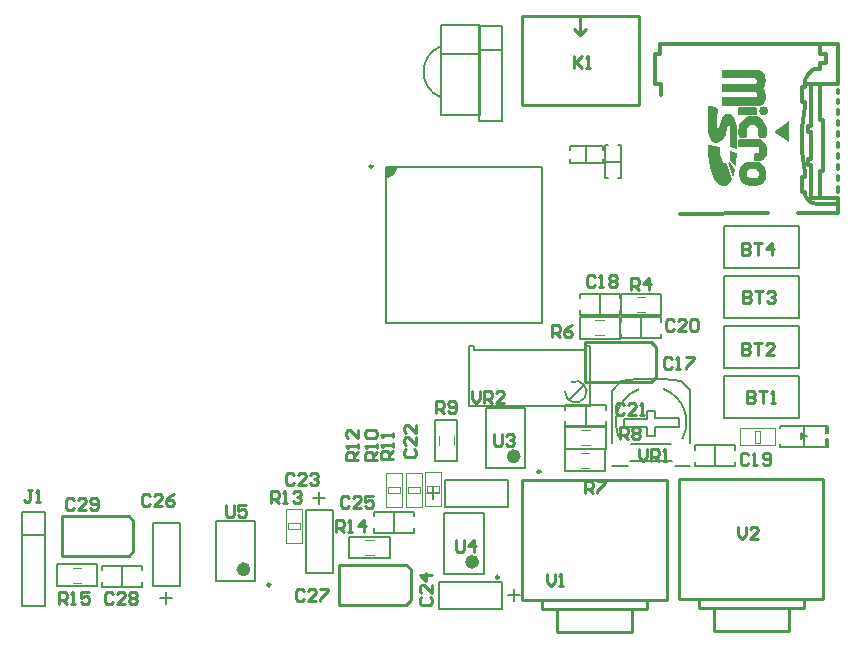
<source format=gto>
G04*
G04 #@! TF.GenerationSoftware,Altium Limited,Altium Designer,21.0.8 (223)*
G04*
G04 Layer_Color=65535*
%FSTAX24Y24*%
%MOIN*%
G70*
G04*
G04 #@! TF.SameCoordinates,2867BDE3-1686-46F1-8F54-3A33D440E248*
G04*
G04*
G04 #@! TF.FilePolarity,Positive*
G04*
G01*
G75*
%ADD10C,0.0070*%
%ADD11C,0.0098*%
%ADD12C,0.0236*%
%ADD13C,0.0079*%
%ADD14C,0.0150*%
%ADD15C,0.0118*%
%ADD16C,0.0100*%
%ADD17C,0.0059*%
%ADD18C,0.0040*%
%ADD19C,0.0050*%
%ADD20C,0.0039*%
G36*
X075449Y033362D02*
X075519Y033302D01*
X075569Y033232D01*
X075599Y033142D01*
X075609Y033032D01*
X075599Y032922D01*
X075569Y032862D01*
X075529Y032792D01*
Y032762D01*
X075569Y032722D01*
X075599Y032652D01*
X075619Y032532D01*
X075609Y032432D01*
X075579Y032352D01*
X075539Y032282D01*
X075479Y032232D01*
X075379Y032192D01*
X074159D01*
X074139Y032212D01*
X074139Y032462D01*
X074159Y032482D01*
X075269D01*
X075309Y032502D01*
X075329Y032532D01*
X075329Y032602D01*
X075319Y032622D01*
X075299Y032642D01*
X075279Y032652D01*
X074159D01*
X074139Y032672D01*
Y032912D01*
X074159Y032932D01*
X075249D01*
X075299Y032942D01*
X075309Y032952D01*
X075319Y032982D01*
X075319Y033062D01*
X075289Y033092D01*
X075259Y033102D01*
X074919Y033102D01*
X074159Y033112D01*
X074139Y033132D01*
X074139Y033362D01*
X074159Y033382D01*
X075399D01*
X075449Y033362D01*
D02*
G37*
G36*
X075329Y032112D02*
X075329Y031922D01*
X075289Y031882D01*
X074709D01*
X074689Y031902D01*
Y032132D01*
X074709Y032152D01*
X075289D01*
X075329Y032112D01*
D02*
G37*
G36*
Y031842D02*
X075369Y031822D01*
X075459Y031772D01*
X075529Y031692D01*
X075579Y031622D01*
X075619Y031522D01*
X075639Y031462D01*
X075649Y031362D01*
Y031232D01*
X075629Y031162D01*
X075589Y031122D01*
X075559Y031102D01*
X075509D01*
X075449Y031112D01*
X075399Y031132D01*
X075369Y031172D01*
X075359Y031232D01*
Y031422D01*
X075329Y031482D01*
X075289Y031522D01*
X075209Y031552D01*
X075149D01*
X075089Y031542D01*
X075039Y031502D01*
X074999Y031422D01*
X074999Y031212D01*
X074969Y031162D01*
X074919Y031122D01*
X074839Y031112D01*
X074779Y031122D01*
X074729Y031172D01*
X074709Y031202D01*
X074699Y031232D01*
X074699Y031332D01*
X074709Y031472D01*
X074729Y031542D01*
X074759Y031602D01*
X074819Y031692D01*
X074869Y031742D01*
X074929Y031792D01*
X074969Y031822D01*
X075009Y031842D01*
X075049Y031852D01*
X075299D01*
X075329Y031842D01*
D02*
G37*
G36*
X076376Y030977D02*
X075876Y031327D01*
X076376Y031677D01*
Y030977D01*
D02*
G37*
G36*
X073809Y032182D02*
X073979Y032112D01*
X074019Y032092D01*
X074029Y032052D01*
X074019Y031982D01*
X073999Y031832D01*
X073989Y031722D01*
Y031472D01*
X073999Y031452D01*
X074009Y031442D01*
X074019D01*
X074029Y031452D01*
X074049Y031482D01*
X074129Y031662D01*
X074159Y031782D01*
X074199Y031852D01*
X074259Y031902D01*
X074289Y031922D01*
X074349D01*
X074419Y031912D01*
X074479Y031872D01*
X074559Y031782D01*
X074619Y031602D01*
X074639Y031472D01*
Y030752D01*
X074429Y030822D01*
Y031422D01*
X074419Y031522D01*
X074409Y031542D01*
X074389Y031552D01*
X074369Y031542D01*
X074359Y031522D01*
X074319Y031402D01*
X074289Y031282D01*
X074279Y031232D01*
X074229Y031122D01*
X074179Y031052D01*
X074129Y031002D01*
X074059Y030972D01*
X073999Y030952D01*
X073939D01*
X073859Y030982D01*
X073779Y031062D01*
X073719Y031182D01*
X073689Y031302D01*
X073679Y031402D01*
Y032152D01*
X073689Y032172D01*
X073729Y032192D01*
X073809Y032182D01*
D02*
G37*
G36*
X075449Y031072D02*
X075489Y031052D01*
X075559Y030992D01*
X075599Y030942D01*
X075629Y030882D01*
X075649Y030812D01*
Y030612D01*
X075639Y030542D01*
X075599Y030472D01*
X075549Y030412D01*
X075509Y030382D01*
X075439Y030352D01*
X075279D01*
X075249Y030362D01*
X075219Y030392D01*
X075209Y030432D01*
Y030552D01*
X075229Y030582D01*
X075249Y030602D01*
X075269Y030612D01*
X075329Y030612D01*
X075359Y030622D01*
X075379Y030642D01*
X075389Y030662D01*
Y030742D01*
X075379Y030782D01*
X075369Y030802D01*
X075359Y030812D01*
X075339Y030822D01*
X074719D01*
X074699Y030842D01*
X074699Y031062D01*
X074719Y031082D01*
X075409D01*
X075449Y031072D01*
D02*
G37*
G36*
X074636Y030623D02*
X074629Y030262D01*
X074609Y030162D01*
X074409Y030392D01*
X074429Y030532D01*
Y030692D01*
X074636Y030623D01*
D02*
G37*
G36*
X074589Y030062D02*
X074539Y029872D01*
X074523Y029831D01*
X074349Y030292D01*
X074379Y030332D01*
X074386Y030346D01*
X074589Y030062D01*
D02*
G37*
G36*
X063282Y030068D02*
X063232Y030018D01*
Y029968D01*
X063132Y029868D01*
X063082D01*
X063032Y029818D01*
X062962D01*
Y030138D01*
X063282D01*
Y030068D01*
D02*
G37*
G36*
X075369Y030322D02*
X075459Y030292D01*
X075529Y030222D01*
X075589Y030132D01*
X075629Y030002D01*
Y029842D01*
X075609Y029752D01*
X075549Y029662D01*
X075469Y029592D01*
X075389Y029542D01*
X075289Y029522D01*
X075089Y029522D01*
X074949Y029542D01*
X074869Y029582D01*
X074779Y029672D01*
X074739Y029772D01*
X074709Y029852D01*
Y030002D01*
X074739Y030092D01*
X074779Y030172D01*
X074839Y030242D01*
X074909Y030282D01*
X074989Y030322D01*
X075119Y030332D01*
X075229D01*
X075369Y030322D01*
D02*
G37*
G36*
X074079Y030812D02*
X074089Y030792D01*
Y030722D01*
X074099Y030582D01*
X074119Y030482D01*
X074149Y030402D01*
X074179Y030332D01*
X074219Y030282D01*
X074259Y030272D01*
X074289D01*
X074309Y030262D01*
X074489Y029742D01*
X074459Y029682D01*
X074399Y029612D01*
X074349Y029562D01*
X074299Y029532D01*
X074259Y029512D01*
X074179D01*
X074079Y029562D01*
X073959Y029662D01*
X073859Y029832D01*
X073749Y030152D01*
X073699Y030552D01*
X073689Y030752D01*
Y030882D01*
X073709Y030892D01*
X074079Y030812D01*
D02*
G37*
%LPC*%
G36*
X075229Y030092D02*
X075179Y030092D01*
X075089Y030082D01*
X075029Y030052D01*
X074999Y030032D01*
X074979Y029982D01*
Y029912D01*
X074989Y029852D01*
X075029Y029802D01*
X075089Y029772D01*
X075269Y029772D01*
X075309Y029792D01*
X075349Y029822D01*
X075369Y029872D01*
X075379Y029962D01*
X075359Y030022D01*
X075299Y030072D01*
X075249Y030092D01*
X075229Y030092D01*
D02*
G37*
%LPD*%
D10*
X072832Y0211D02*
G03*
X072208Y022748I-001044J000547D01*
G01*
X07137Y022738D02*
G03*
X070745Y02109I000419J-001101D01*
G01*
X068921Y022672D02*
G03*
X069127Y022984I000358J-000013D01*
G01*
X06477Y034175D02*
G03*
X06477Y032475I00035J-00085D01*
G01*
X070499Y020197D02*
X071009D01*
X072589D02*
X073099D01*
X071329Y023097D02*
X072204D01*
X070789Y023007D02*
X071329Y023097D01*
X070479Y022697D02*
X070789Y023007D01*
X070479Y020947D02*
Y022697D01*
X071099Y020337D02*
X072469D01*
X073089Y020957D02*
Y022707D01*
X072789Y023007D02*
X073089Y022707D01*
X072204Y023097D02*
X072789Y023007D01*
X071109Y020927D02*
X072459D01*
X070869Y021497D02*
Y021767D01*
Y021497D02*
X071639D01*
Y021197D02*
Y021497D01*
Y021197D02*
X071909D01*
Y021487D01*
X072709D01*
Y021777D01*
X071919D02*
X072709D01*
X071919D02*
Y022027D01*
X071649D02*
X071919D01*
X071649Y021767D02*
Y022027D01*
X070879Y021767D02*
X071649D01*
X069041Y0224D02*
X069541Y0229D01*
X069741Y02218D02*
Y02418D01*
X069571D02*
X069741D01*
X069571Y02406D02*
X069571Y02418D01*
X065881Y02406D02*
X069571Y02406D01*
X065881Y02406D02*
X065881Y02418D01*
X065731D02*
X065881D01*
X065731Y02218D02*
Y02418D01*
Y02218D02*
X069741D01*
X06477Y031875D02*
Y034875D01*
X06607D01*
Y031875D02*
Y034875D01*
X06477Y031875D02*
X06607Y031875D01*
X06477Y033925D02*
X06607D01*
D11*
X068099Y019994D02*
G03*
X068099Y019994I-000049J0D01*
G01*
X066714Y016476D02*
G03*
X066714Y016476I-000049J0D01*
G01*
X059095Y016226D02*
G03*
X059095Y016226I-000049J0D01*
G01*
X062499Y030174D02*
G03*
X062499Y030174I-000049J0D01*
G01*
D12*
X067322Y020508D02*
G03*
X067322Y020508I-000118J0D01*
G01*
X065936Y01699D02*
G03*
X065936Y01699I-000118J0D01*
G01*
X058317Y01674D02*
G03*
X058317Y01674I-000118J0D01*
G01*
D13*
X062962Y029818D02*
G03*
X063282Y030138I0J00032D01*
G01*
X064904Y01972D02*
X067004D01*
Y01882D02*
Y01972D01*
X064904Y01882D02*
X067004D01*
X064904D02*
Y01972D01*
X064504Y01907D02*
Y01947D01*
X064304Y01927D02*
X064704D01*
X07672Y0268D02*
Y0282D01*
X07422Y0268D02*
X07672D01*
X07422D02*
Y0282D01*
X07672D01*
Y025127D02*
Y026527D01*
X07422Y025127D02*
X07672D01*
X07422D02*
Y026527D01*
X07672D01*
X07422Y024853D02*
X07672D01*
X07422Y023453D02*
Y024853D01*
Y023453D02*
X07672D01*
Y024853D01*
Y02178D02*
Y02318D01*
X07422Y02178D02*
X07672D01*
X07422D02*
Y02318D01*
X07672D01*
X067597Y020115D02*
Y022122D01*
X066279Y020115D02*
Y022122D01*
Y020115D02*
X067597D01*
X066279Y022122D02*
X067597D01*
X06702Y01587D02*
X06742D01*
X06722Y01567D02*
Y01607D01*
X06682Y01542D02*
Y01632D01*
X06472D02*
X06682D01*
X06472Y01542D02*
Y01632D01*
Y01542D02*
X06682D01*
X064893Y018604D02*
X066212D01*
X064893Y016596D02*
X066212D01*
X064893D02*
Y018604D01*
X066212Y016596D02*
Y018604D01*
X061179Y016634D02*
Y018734D01*
X060279Y016634D02*
X061179D01*
X060279D02*
Y018734D01*
X061179D01*
X060529Y019134D02*
X060929D01*
X060729Y018934D02*
Y019334D01*
X058593Y016346D02*
Y018354D01*
X057274Y016346D02*
Y018354D01*
Y016346D02*
X058593D01*
X057274Y018354D02*
X058593D01*
X05562Y0156D02*
Y016D01*
X05542Y0158D02*
X05582D01*
X05517Y0162D02*
X05607D01*
Y0183D01*
X05517D02*
X05607D01*
X05517Y0162D02*
Y0183D01*
X062962Y024942D02*
X068158D01*
X062962Y030138D02*
X068158D01*
Y024942D02*
Y030138D01*
X062962Y024942D02*
Y030138D01*
X050806Y018661D02*
X051594D01*
Y015511D02*
Y018661D01*
X050806Y015511D02*
X051594D01*
X050806D02*
Y018661D01*
X050806Y017874D02*
X051594D01*
X066036Y034835D02*
X066824D01*
Y031685D02*
Y034835D01*
X066036Y031685D02*
X066824D01*
X066036D02*
Y034835D01*
X066036Y034047D02*
X066824D01*
D14*
X075609Y032022D02*
G03*
X075609Y032022I-000071J0D01*
G01*
D15*
X076909Y032122D02*
G03*
X076909Y030022I00545J-00105D01*
G01*
X077032Y033246D02*
G03*
X076909Y032947I000299J-000299D01*
G01*
Y029322D02*
G03*
X077309Y028922I0004J0D01*
G01*
X078026Y029721D02*
Y029843D01*
Y030087D02*
Y030209D01*
Y030452D02*
Y030574D01*
Y030818D02*
Y03094D01*
Y031184D02*
Y031305D01*
Y031549D02*
Y031671D01*
X078026Y032392D02*
X078026Y03228D01*
X078026Y032727D02*
X078026Y032616D01*
X078026Y031915D02*
Y032037D01*
Y032922D02*
Y034244D01*
Y029327D02*
Y029477D01*
X077326Y034244D02*
X078026D01*
X072109Y032722D02*
X072109Y032555D01*
X071907Y032922D02*
X072109D01*
Y032722D02*
Y032922D01*
X071907D02*
X071907Y033922D01*
X076909Y032922D02*
X078026Y032922D01*
X078018Y028614D02*
Y028922D01*
X077209Y033422D02*
X077409Y033422D01*
X077609Y033622D02*
Y033922D01*
X076809Y032822D02*
X076909Y032822D01*
X076809Y032322D02*
Y032822D01*
Y032322D02*
X076909Y032322D01*
X076809Y029322D02*
X076909D01*
X076809D02*
Y029822D01*
X076909Y029822D01*
Y032122D02*
Y032322D01*
Y029822D02*
Y030022D01*
Y032822D02*
Y032947D01*
X077032Y033246D02*
X077209Y033422D01*
X077409Y034205D02*
X077409Y033922D01*
Y033422D02*
Y033622D01*
X077609D01*
X077409Y033922D02*
X077609D01*
X077109Y030422D02*
Y031322D01*
X077309Y028922D02*
X077509Y028922D01*
X077009Y031322D02*
Y031522D01*
Y031322D02*
X077109D01*
X077009Y030222D02*
Y030422D01*
X077109D01*
Y031522D02*
Y032922D01*
Y029122D02*
Y030222D01*
X077009Y031522D02*
X077109Y031522D01*
X077009Y030222D02*
X077109Y030222D01*
X077409Y031722D02*
X077509Y031722D01*
Y030022D02*
Y031722D01*
X077409Y031722D02*
Y032922D01*
Y029122D02*
X077409Y030022D01*
X077509Y030022D01*
Y028922D02*
X078018Y028922D01*
X076693Y028614D02*
X078018D01*
X072777Y034245D02*
X077357Y034239D01*
X072067Y033922D02*
X072067Y034244D01*
X071907Y033922D02*
X072067Y033922D01*
X072067Y034244D02*
X072776Y034244D01*
X072746Y028595D02*
X075693Y028608D01*
X077109Y029122D02*
X078018D01*
Y028922D02*
Y029122D01*
D16*
X06748Y032215D02*
X07138D01*
X06748D02*
Y03517D01*
X07138Y032215D02*
Y03517D01*
X06748D02*
X07138D01*
X069425Y034535D02*
X069625Y034735D01*
X069225D02*
X069425Y034535D01*
Y03515D01*
X071794Y022981D02*
X071951Y023138D01*
X071794Y024319D02*
X071951Y024162D01*
Y023138D02*
Y024162D01*
X069569Y022981D02*
Y024319D01*
X071794D01*
X069569Y022981D02*
X071794D01*
X07637Y014683D02*
Y015433D01*
X07386D02*
X07387Y015423D01*
Y014693D02*
Y015423D01*
Y014683D02*
X07637D01*
X07271Y019763D02*
X07752D01*
X07271Y015753D02*
Y019763D01*
X07272D02*
X07752D01*
Y015753D02*
Y019763D01*
X07271Y015753D02*
X07752D01*
Y015793D02*
Y019763D01*
X07337Y015443D02*
X07687D01*
Y015743D01*
X07337Y015443D02*
Y015723D01*
X07338Y015733D01*
X06815Y01569D02*
X06816Y0157D01*
X06815Y01541D02*
Y01569D01*
X07165Y01541D02*
Y01571D01*
X06815Y01541D02*
X07165D01*
X0723Y01576D02*
Y01973D01*
X06749Y01572D02*
X0723D01*
Y01973D01*
X0675D02*
X0723D01*
X06749Y01572D02*
Y01973D01*
X0723D01*
X06865Y01465D02*
X07115D01*
X06865Y01466D02*
Y01539D01*
X06864Y0154D02*
X06865Y01539D01*
X07115Y01465D02*
Y0154D01*
X063624Y015561D02*
X063781Y015718D01*
X063624Y016899D02*
X063781Y016742D01*
Y015718D02*
Y016742D01*
X061399Y015561D02*
Y016899D01*
X063624D01*
X061399Y015561D02*
X063624D01*
X054374Y017181D02*
X054531Y017338D01*
X054374Y018519D02*
X054531Y018362D01*
Y017338D02*
Y018362D01*
X052149Y017181D02*
Y018519D01*
X054374D01*
X052149Y017181D02*
X054374D01*
X063601Y020763D02*
X063534Y020697D01*
Y020563D01*
X063601Y020497D01*
X063867D01*
X063934Y020563D01*
Y020697D01*
X063867Y020763D01*
X063934Y021163D02*
Y020897D01*
X063667Y021163D01*
X063601D01*
X063534Y021097D01*
Y020963D01*
X063601Y020897D01*
X063934Y021563D02*
Y021297D01*
X063667Y021563D01*
X063601D01*
X063534Y021496D01*
Y021363D01*
X063601Y021297D01*
X06923Y033859D02*
Y033459D01*
Y033592D01*
X069497Y033859D01*
X069297Y033659D01*
X069497Y033459D01*
X06963D02*
X069763D01*
X069697D01*
Y033859D01*
X06963Y033792D01*
X069904Y026471D02*
X069838Y026538D01*
X069704D01*
X069638Y026471D01*
Y026205D01*
X069704Y026138D01*
X069838D01*
X069904Y026205D01*
X070037Y026138D02*
X070171D01*
X070104D01*
Y026538D01*
X070037Y026471D01*
X070371D02*
X070437Y026538D01*
X070571D01*
X070637Y026471D01*
Y026405D01*
X070571Y026338D01*
X070637Y026272D01*
Y026205D01*
X070571Y026138D01*
X070437D01*
X070371Y026205D01*
Y026272D01*
X070437Y026338D01*
X070371Y026405D01*
Y026471D01*
X070437Y026338D02*
X070571D01*
X068499Y024496D02*
Y024896D01*
X068699D01*
X068766Y024829D01*
Y024696D01*
X068699Y024629D01*
X068499D01*
X068632D02*
X068766Y024496D01*
X069165Y024896D02*
X069032Y024829D01*
X068899Y024696D01*
Y024563D01*
X068966Y024496D01*
X069099D01*
X069165Y024563D01*
Y024629D01*
X069099Y024696D01*
X068899D01*
X072535Y025022D02*
X072469Y025089D01*
X072336D01*
X072269Y025022D01*
Y024755D01*
X072336Y024689D01*
X072469D01*
X072535Y024755D01*
X072935Y024689D02*
X072669D01*
X072935Y024955D01*
Y025022D01*
X072869Y025089D01*
X072735D01*
X072669Y025022D01*
X073069D02*
X073135Y025089D01*
X073269D01*
X073335Y025022D01*
Y024755D01*
X073269Y024689D01*
X073135D01*
X073069Y024755D01*
Y025022D01*
X072474Y02375D02*
X072408Y023817D01*
X072274D01*
X072208Y02375D01*
Y023484D01*
X072274Y023417D01*
X072408D01*
X072474Y023484D01*
X072608Y023417D02*
X072741D01*
X072674D01*
Y023817D01*
X072608Y02375D01*
X072941Y023817D02*
X073208D01*
Y02375D01*
X072941Y023484D01*
Y023417D01*
X071109Y026053D02*
Y026453D01*
X071309D01*
X071375Y026387D01*
Y026253D01*
X071309Y026187D01*
X071109D01*
X071242D02*
X071375Y026053D01*
X071709D02*
Y026453D01*
X071509Y026253D01*
X071775D01*
X074809Y02762D02*
Y02722D01*
X075009D01*
X075075Y027287D01*
Y027353D01*
X075009Y02742D01*
X074809D01*
X075009D01*
X075075Y027487D01*
Y027553D01*
X075009Y02762D01*
X074809D01*
X075209D02*
X075475D01*
X075342D01*
Y02722D01*
X075808D02*
Y02762D01*
X075608Y02742D01*
X075875D01*
X074834Y026031D02*
Y025631D01*
X075034D01*
X075101Y025697D01*
Y025764D01*
X075034Y025831D01*
X074834D01*
X075034D01*
X075101Y025897D01*
Y025964D01*
X075034Y026031D01*
X074834D01*
X075234D02*
X075501D01*
X075367D01*
Y025631D01*
X075634Y025964D02*
X075701Y026031D01*
X075834D01*
X075901Y025964D01*
Y025897D01*
X075834Y025831D01*
X075767D01*
X075834D01*
X075901Y025764D01*
Y025697D01*
X075834Y025631D01*
X075701D01*
X075634Y025697D01*
X074819Y024298D02*
Y023898D01*
X075019D01*
X075085Y023965D01*
Y024031D01*
X075019Y024098D01*
X074819D01*
X075019D01*
X075085Y024165D01*
Y024231D01*
X075019Y024298D01*
X074819D01*
X075219D02*
X075485D01*
X075352D01*
Y023898D01*
X075885D02*
X075618D01*
X075885Y024165D01*
Y024231D01*
X075818Y024298D01*
X075685D01*
X075618Y024231D01*
X074995Y02267D02*
Y02227D01*
X075195D01*
X075262Y022336D01*
Y022403D01*
X075195Y02247D01*
X074995D01*
X075195D01*
X075262Y022536D01*
Y022603D01*
X075195Y02267D01*
X074995D01*
X075395D02*
X075662D01*
X075529D01*
Y02227D01*
X075795D02*
X075928D01*
X075862D01*
Y02267D01*
X075795Y022603D01*
X075033Y020552D02*
X074967Y020619D01*
X074833D01*
X074767Y020552D01*
Y020286D01*
X074833Y020219D01*
X074967D01*
X075033Y020286D01*
X075167Y020219D02*
X0753D01*
X075233D01*
Y020619D01*
X075167Y020552D01*
X0755Y020286D02*
X075566Y020219D01*
X0757D01*
X075766Y020286D01*
Y020552D01*
X0757Y020619D01*
X075566D01*
X0755Y020552D01*
Y020486D01*
X075566Y020419D01*
X075766D01*
X074691Y01815D02*
Y017884D01*
X074824Y01775D01*
X074958Y017884D01*
Y01815D01*
X075358Y01775D02*
X075091D01*
X075358Y018017D01*
Y018084D01*
X075291Y01815D01*
X075158D01*
X075091Y018084D01*
X071377Y020763D02*
Y020497D01*
X07151Y020363D01*
X071644Y020497D01*
Y020763D01*
X071777Y020363D02*
Y020763D01*
X071977D01*
X072044Y020697D01*
Y020563D01*
X071977Y020497D01*
X071777D01*
X07191D02*
X072044Y020363D01*
X072177D02*
X07231D01*
X072243D01*
Y020763D01*
X072177Y020697D01*
X070885Y022215D02*
X070819Y022281D01*
X070685D01*
X070619Y022215D01*
Y021948D01*
X070685Y021882D01*
X070819D01*
X070885Y021948D01*
X071285Y021882D02*
X071019D01*
X071285Y022148D01*
Y022215D01*
X071218Y022281D01*
X071085D01*
X071019Y022215D01*
X071418Y021882D02*
X071552D01*
X071485D01*
Y022281D01*
X071418Y022215D01*
X070745Y02109D02*
Y02149D01*
X070945D01*
X071012Y021423D01*
Y02129D01*
X070945Y021223D01*
X070745D01*
X070879D02*
X071012Y02109D01*
X071145Y021423D02*
X071212Y02149D01*
X071345D01*
X071412Y021423D01*
Y021356D01*
X071345Y02129D01*
X071412Y021223D01*
Y021157D01*
X071345Y02109D01*
X071212D01*
X071145Y021157D01*
Y021223D01*
X071212Y02129D01*
X071145Y021356D01*
Y021423D01*
X071212Y02129D02*
X071345D01*
X065832Y02268D02*
Y022413D01*
X065965Y02228D01*
X066098Y022413D01*
Y02268D01*
X066232Y02228D02*
Y02268D01*
X066431D01*
X066498Y022613D01*
Y02248D01*
X066431Y022413D01*
X066232D01*
X066365D02*
X066498Y02228D01*
X066898D02*
X066631D01*
X066898Y022547D01*
Y022613D01*
X066831Y02268D01*
X066698D01*
X066631Y022613D01*
X066537Y021243D02*
Y02091D01*
X066604Y020843D01*
X066737D01*
X066804Y02091D01*
Y021243D01*
X066937Y021176D02*
X067004Y021243D01*
X067137D01*
X067204Y021176D01*
Y02111D01*
X067137Y021043D01*
X06707D01*
X067137D01*
X067204Y020976D01*
Y02091D01*
X067137Y020843D01*
X067004D01*
X066937Y02091D01*
X064614Y021946D02*
Y022346D01*
X064814D01*
X064881Y02228D01*
Y022146D01*
X064814Y02208D01*
X064614D01*
X064747D02*
X064881Y021946D01*
X065014Y022013D02*
X065081Y021946D01*
X065214D01*
X065281Y022013D01*
Y02228D01*
X065214Y022346D01*
X065081D01*
X065014Y02228D01*
Y022213D01*
X065081Y022146D01*
X065281D01*
X06832Y016596D02*
Y01633D01*
X068454Y016196D01*
X068587Y01633D01*
Y016596D01*
X06872Y016196D02*
X068854D01*
X068787D01*
Y016596D01*
X06872Y01653D01*
X064133Y015827D02*
X064067Y015761D01*
Y015627D01*
X064133Y015561D01*
X0644D01*
X064467Y015627D01*
Y015761D01*
X0644Y015827D01*
X064467Y016227D02*
Y015961D01*
X0642Y016227D01*
X064133D01*
X064067Y016161D01*
Y016027D01*
X064133Y015961D01*
X064467Y01656D02*
X064067D01*
X064267Y01636D01*
Y016627D01*
X065294Y017705D02*
Y017372D01*
X06536Y017305D01*
X065494D01*
X06556Y017372D01*
Y017705D01*
X065893Y017305D02*
Y017705D01*
X065694Y017505D01*
X06596D01*
X06319Y020409D02*
X06279D01*
Y020609D01*
X062857Y020676D01*
X06299D01*
X063057Y020609D01*
Y020409D01*
Y020543D02*
X06319Y020676D01*
Y020809D02*
Y020943D01*
Y020876D01*
X06279D01*
X062857Y020809D01*
X06319Y021142D02*
Y021276D01*
Y021209D01*
X06279D01*
X062857Y021142D01*
X062656Y020387D02*
X062256D01*
Y020587D01*
X062323Y020654D01*
X062456D01*
X062523Y020587D01*
Y020387D01*
Y02052D02*
X062656Y020654D01*
Y020787D02*
Y02092D01*
Y020854D01*
X062256D01*
X062323Y020787D01*
Y02112D02*
X062256Y021187D01*
Y02132D01*
X062323Y021387D01*
X062589D01*
X062656Y02132D01*
Y021187D01*
X062589Y02112D01*
X062323D01*
X062026Y020377D02*
X061626D01*
Y020577D01*
X061692Y020644D01*
X061826D01*
X061892Y020577D01*
Y020377D01*
Y020511D02*
X062026Y020644D01*
Y020777D02*
Y02091D01*
Y020844D01*
X061626D01*
X061692Y020777D01*
X062026Y021377D02*
Y02111D01*
X061759Y021377D01*
X061692D01*
X061626Y02131D01*
Y021177D01*
X061692Y02111D01*
X061707Y019126D02*
X06164Y019192D01*
X061507D01*
X06144Y019126D01*
Y018859D01*
X061507Y018792D01*
X06164D01*
X061707Y018859D01*
X062106Y018792D02*
X06184D01*
X062106Y019059D01*
Y019126D01*
X06204Y019192D01*
X061907D01*
X06184Y019126D01*
X062506Y019192D02*
X06224D01*
Y018992D01*
X062373Y019059D01*
X06244D01*
X062506Y018992D01*
Y018859D01*
X06244Y018792D01*
X062306D01*
X06224Y018859D01*
X061279Y017977D02*
Y018377D01*
X061479D01*
X061546Y01831D01*
Y018177D01*
X061479Y01811D01*
X061279D01*
X061413D02*
X061546Y017977D01*
X061679D02*
X061813D01*
X061746D01*
Y018377D01*
X061679Y01831D01*
X062212Y017977D02*
Y018377D01*
X062012Y018177D01*
X062279D01*
X060227Y016013D02*
X06016Y01608D01*
X060027D01*
X05996Y016013D01*
Y015747D01*
X060027Y01568D01*
X06016D01*
X060227Y015747D01*
X060626Y01568D02*
X06036D01*
X060626Y015947D01*
Y016013D01*
X06056Y01608D01*
X060427D01*
X06036Y016013D01*
X06076Y01608D02*
X061026D01*
Y016013D01*
X06076Y015747D01*
Y01568D01*
X059872Y019883D02*
X059805Y019949D01*
X059672D01*
X059605Y019883D01*
Y019616D01*
X059672Y019549D01*
X059805D01*
X059872Y019616D01*
X060272Y019549D02*
X060005D01*
X060272Y019816D01*
Y019883D01*
X060205Y019949D01*
X060072D01*
X060005Y019883D01*
X060405D02*
X060472Y019949D01*
X060605D01*
X060672Y019883D01*
Y019816D01*
X060605Y019749D01*
X060538D01*
X060605D01*
X060672Y019683D01*
Y019616D01*
X060605Y019549D01*
X060472D01*
X060405Y019616D01*
X05913Y01895D02*
Y01935D01*
X05933D01*
X059397Y019283D01*
Y01915D01*
X05933Y019083D01*
X05913D01*
X059263D02*
X059397Y01895D01*
X05953D02*
X059663D01*
X059597D01*
Y01935D01*
X05953Y019283D01*
X059863D02*
X05993Y01935D01*
X060063D01*
X06013Y019283D01*
Y019217D01*
X060063Y01915D01*
X059996D01*
X060063D01*
X06013Y019083D01*
Y019017D01*
X060063Y01895D01*
X05993D01*
X059863Y019017D01*
X05762Y018872D02*
Y018539D01*
X057687Y018472D01*
X05782D01*
X057887Y018539D01*
Y018872D01*
X058286D02*
X05802D01*
Y018672D01*
X058153Y018739D01*
X05822D01*
X058286Y018672D01*
Y018539D01*
X05822Y018472D01*
X058087D01*
X05802Y018539D01*
X055085Y019172D02*
X055018Y019239D01*
X054885D01*
X054818Y019172D01*
Y018906D01*
X054885Y018839D01*
X055018D01*
X055085Y018906D01*
X055485Y018839D02*
X055218D01*
X055485Y019106D01*
Y019172D01*
X055418Y019239D01*
X055285D01*
X055218Y019172D01*
X055884Y019239D02*
X055751Y019172D01*
X055618Y019039D01*
Y018906D01*
X055684Y018839D01*
X055818D01*
X055884Y018906D01*
Y018972D01*
X055818Y019039D01*
X055618D01*
X053837Y015933D02*
X05377Y016D01*
X053637D01*
X05357Y015933D01*
Y015667D01*
X053637Y0156D01*
X05377D01*
X053837Y015667D01*
X054236Y0156D02*
X05397D01*
X054236Y015867D01*
Y015933D01*
X05417Y016D01*
X054037D01*
X05397Y015933D01*
X05437D02*
X054436Y016D01*
X05457D01*
X054636Y015933D01*
Y015867D01*
X05457Y0158D01*
X054636Y015733D01*
Y015667D01*
X05457Y0156D01*
X054436D01*
X05437Y015667D01*
Y015733D01*
X054436Y0158D01*
X05437Y015867D01*
Y015933D01*
X054436Y0158D02*
X05457D01*
X05205Y0156D02*
Y016D01*
X05225D01*
X052317Y015933D01*
Y0158D01*
X05225Y015733D01*
X05205D01*
X052183D02*
X052317Y0156D01*
X05245D02*
X052583D01*
X052517D01*
Y016D01*
X05245Y015933D01*
X05305Y016D02*
X052783D01*
Y0158D01*
X052916Y015867D01*
X052983D01*
X05305Y0158D01*
Y015667D01*
X052983Y0156D01*
X05285D01*
X052783Y015667D01*
X052546Y019067D02*
X052479Y019134D01*
X052346D01*
X052279Y019067D01*
Y0188D01*
X052346Y018734D01*
X052479D01*
X052546Y0188D01*
X052945Y018734D02*
X052679D01*
X052945Y019D01*
Y019067D01*
X052879Y019134D01*
X052746D01*
X052679Y019067D01*
X053079Y0188D02*
X053145Y018734D01*
X053279D01*
X053345Y0188D01*
Y019067D01*
X053279Y019134D01*
X053145D01*
X053079Y019067D01*
Y019D01*
X053145Y018934D01*
X053345D01*
X069581Y019296D02*
Y019696D01*
X069781D01*
X069848Y019629D01*
Y019496D01*
X069781Y019429D01*
X069581D01*
X069714D02*
X069848Y019296D01*
X069981Y019696D02*
X070247D01*
Y019629D01*
X069981Y019363D01*
Y019296D01*
X051137Y0194D02*
X051003D01*
X05107D01*
Y019067D01*
X051003Y019D01*
X050937D01*
X05087Y019067D01*
X05127Y019D02*
X051403D01*
X051337D01*
Y0194D01*
X05127Y019333D01*
D17*
X069401Y025768D02*
Y025926D01*
X070739D01*
Y025768D02*
Y025926D01*
Y025217D02*
Y025375D01*
X069401Y025217D02*
X070739D01*
X069401D02*
Y025375D01*
X07007Y025217D02*
Y025926D01*
X072109Y024436D02*
Y024593D01*
X070771Y024436D02*
X072109D01*
X070771D02*
Y024593D01*
Y024987D02*
Y025144D01*
X072109D01*
Y024987D02*
Y025144D01*
X07144Y024436D02*
Y025144D01*
X074599Y020176D02*
Y020333D01*
X073261Y020176D02*
X074599D01*
X073261D02*
Y020333D01*
Y020727D02*
Y020884D01*
X074599D01*
Y020727D02*
Y020884D01*
X07393Y020176D02*
Y020884D01*
X069602Y021514D02*
Y022223D01*
X068933Y021514D02*
Y021672D01*
Y021514D02*
X070271D01*
Y021672D01*
Y022065D02*
Y022223D01*
X068933D02*
X070271D01*
X068933Y022065D02*
Y022223D01*
X062544Y018506D02*
Y018663D01*
X063883D01*
Y018506D02*
Y018663D01*
Y017955D02*
Y018112D01*
X062544Y017955D02*
X063883D01*
X062544D02*
Y018112D01*
X063214Y017955D02*
Y018663D01*
X053471Y016707D02*
Y016864D01*
X054809D01*
Y016707D02*
Y016864D01*
Y016156D02*
Y016313D01*
X053471Y016156D02*
X054809D01*
X053471D02*
Y016313D01*
X05414Y016156D02*
Y016864D01*
X07763Y02128D02*
X07768D01*
Y021534D01*
X07763D02*
X07768D01*
X07763Y020826D02*
X07768D01*
Y02108D01*
X07763D02*
X07768D01*
X07608Y021456D02*
Y021534D01*
X07763D01*
Y02128D02*
Y021534D01*
X07608Y020826D02*
Y020904D01*
Y020826D02*
X07763D01*
Y02108D01*
X07688Y020826D02*
Y021534D01*
Y02118D02*
X07698D01*
X07678Y02108D02*
Y02128D01*
X07688Y02118D01*
X07678Y02108D02*
X07688Y02118D01*
X06963Y030296D02*
Y030848D01*
X069079Y030729D02*
Y030848D01*
X070181D01*
Y030729D02*
Y030848D01*
Y030296D02*
Y030414D01*
X069079Y030296D02*
X070181D01*
X069079D02*
Y030414D01*
X070244Y03032D02*
X070796D01*
X070244Y029769D02*
X070363D01*
X070244D02*
Y030871D01*
X070363D01*
X070677D02*
X070796D01*
Y029769D02*
Y030871D01*
X070677Y029769D02*
X070796D01*
D18*
X06993Y02454D02*
X07021D01*
X06993Y02504D02*
X07021D01*
X0713Y025821D02*
X07158D01*
X0713Y025322D02*
X07158D01*
X069462Y021368D02*
X069742D01*
X069462Y020868D02*
X069742D01*
X064702Y020893D02*
Y021172D01*
X065202Y020893D02*
Y021172D01*
X064793Y018839D02*
Y019981D01*
X064766Y018839D02*
X064793Y018839D01*
X063603Y019956D02*
X06363Y019956D01*
X063603Y018814D02*
Y019956D01*
X062937D02*
X062964Y019956D01*
X062937Y018814D02*
Y019956D01*
X062257Y01722D02*
X062537D01*
X062257Y01772D02*
X062537D01*
X06013Y01762D02*
X060157Y01762D01*
Y018762D01*
X0525Y0163D02*
X05278D01*
X0525Y0168D02*
X05278D01*
X069441Y020627D02*
X069721D01*
X069441Y020127D02*
X069721D01*
X07476Y02091D02*
X07476Y020883D01*
X075902D01*
D19*
X0694Y02515D02*
X07074D01*
X0694Y02443D02*
Y02515D01*
Y02443D02*
X07074D01*
Y02515D01*
X07211Y025212D02*
Y025931D01*
X07077Y025212D02*
X07211D01*
X07077D02*
Y025931D01*
X07211D01*
X068932Y020758D02*
X070272D01*
Y021478D01*
X068932D02*
X070272D01*
X068932Y020758D02*
Y021478D01*
X064592Y021702D02*
X065312D01*
Y020363D02*
Y021702D01*
X064592Y020363D02*
X065312D01*
X064592D02*
Y021702D01*
X061727Y01711D02*
Y01783D01*
X063067D01*
Y01711D02*
Y01783D01*
X061727Y01711D02*
X063067D01*
X05197Y01619D02*
Y01691D01*
X05331D01*
Y01619D02*
Y01691D01*
X05197Y01619D02*
X05331D01*
X068911Y020017D02*
X070251D01*
Y020737D01*
X068911D02*
X070251D01*
X068911Y020017D02*
Y020737D01*
D20*
X064238Y018839D02*
X064766D01*
X064238Y019981D02*
X064793Y019981D01*
X064238Y018839D02*
Y019981D01*
X064316Y019319D02*
X064716D01*
Y019506D01*
X064316D02*
X064716D01*
X064316Y019319D02*
Y019506D01*
X06408Y019289D02*
Y019476D01*
X06368Y019289D02*
X06408D01*
X06368D02*
Y019476D01*
X06408D01*
X064158Y018814D02*
Y019956D01*
X063603Y018814D02*
X064158Y018814D01*
X06363Y019956D02*
X064158D01*
X063414Y019289D02*
Y019476D01*
X063014Y019289D02*
X063414D01*
X063014D02*
Y019476D01*
X063414D01*
X063492Y018814D02*
Y019956D01*
X062937Y018814D02*
X063492Y018814D01*
X062964Y019956D02*
X063492D01*
X05968Y0181D02*
Y018287D01*
X06008D01*
Y0181D02*
Y018287D01*
X05968Y0181D02*
X06008D01*
X059602Y01762D02*
Y018762D01*
X060157Y018762D01*
X059602Y01762D02*
X06013D01*
X07524Y02136D02*
X075427D01*
Y02096D02*
Y02136D01*
X07524Y02096D02*
X075427D01*
X07524D02*
Y02136D01*
X07476Y021438D02*
X075902D01*
X075902Y020883D01*
X07476Y02091D02*
Y021438D01*
M02*

</source>
